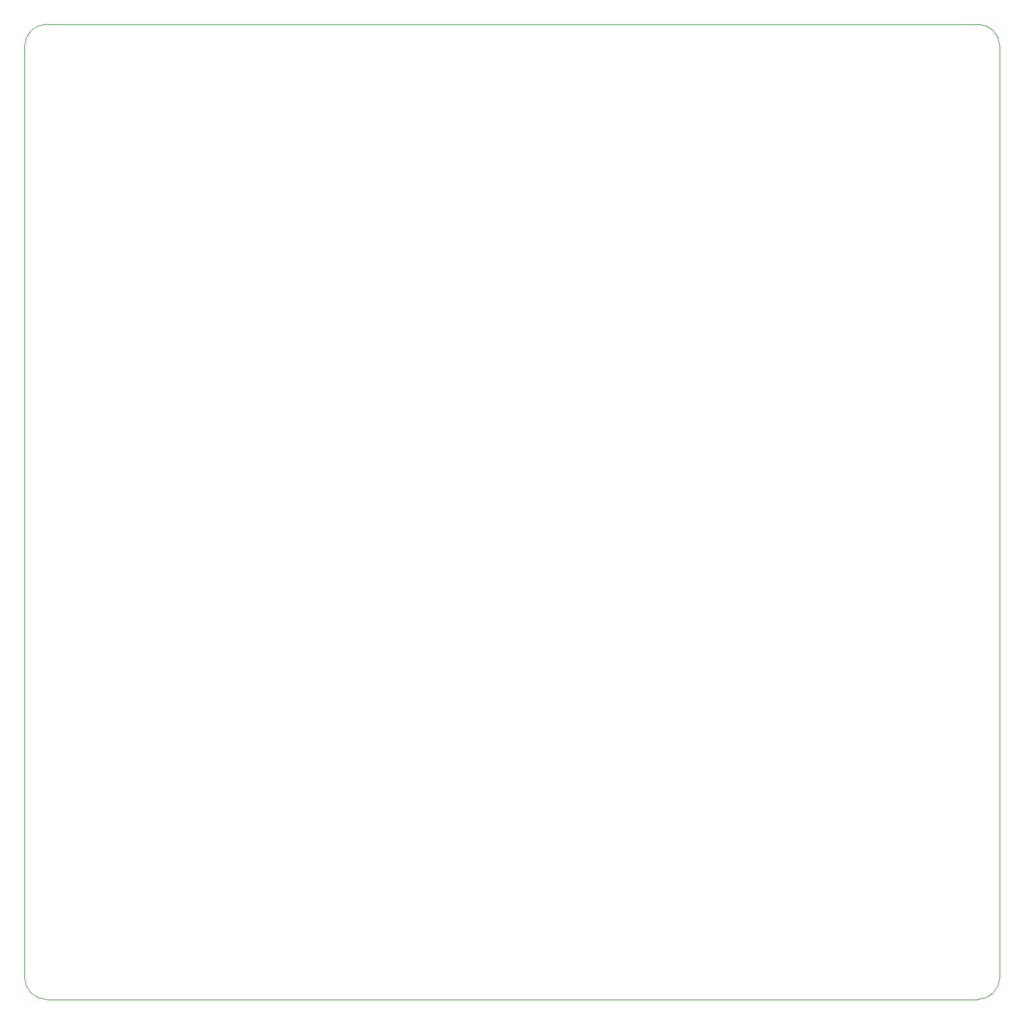
<source format=gbr>
%TF.GenerationSoftware,KiCad,Pcbnew,9.0.1*%
%TF.CreationDate,2025-05-09T19:11:10+02:00*%
%TF.ProjectId,mini-board,6d696e69-2d62-46f6-9172-642e6b696361,rev1*%
%TF.SameCoordinates,Original*%
%TF.FileFunction,Profile,NP*%
%FSLAX46Y46*%
G04 Gerber Fmt 4.6, Leading zero omitted, Abs format (unit mm)*
G04 Created by KiCad (PCBNEW 9.0.1) date 2025-05-09 19:11:10*
%MOMM*%
%LPD*%
G01*
G04 APERTURE LIST*
%TA.AperFunction,Profile*%
%ADD10C,0.050000*%
%TD*%
G04 APERTURE END LIST*
D10*
X259080000Y-154480000D02*
G75*
G02*
X256080000Y-157480000I-3000000J0D01*
G01*
X127000000Y-154480000D02*
X127000000Y-28400000D01*
X256080000Y-157480000D02*
X130000000Y-157480000D01*
X256080000Y-25400000D02*
G75*
G02*
X259080000Y-28400000I0J-3000000D01*
G01*
X130000000Y-25400000D02*
X256080000Y-25400000D01*
X127000000Y-28400000D02*
G75*
G02*
X130000000Y-25400000I3000000J0D01*
G01*
X130000000Y-157480000D02*
G75*
G02*
X127000000Y-154480000I0J3000000D01*
G01*
X259080000Y-28400000D02*
X259080000Y-154480000D01*
M02*

</source>
